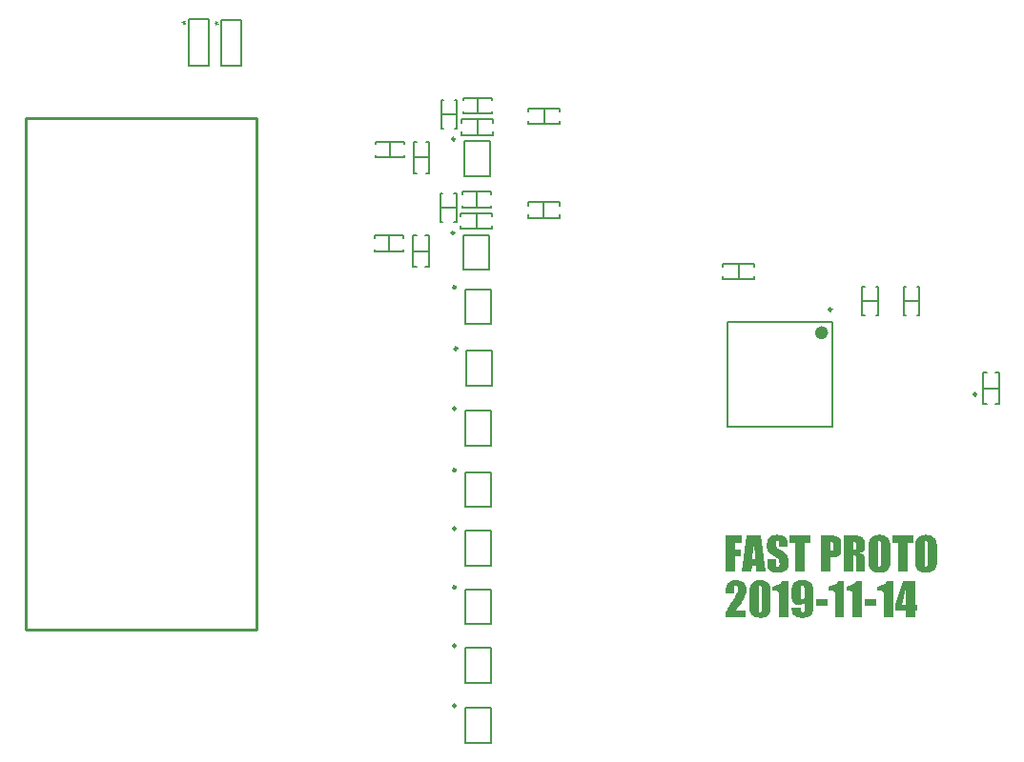
<source format=gto>
G04*
G04 #@! TF.GenerationSoftware,Altium Limited,Altium Designer,19.1.8 (144)*
G04*
G04 Layer_Color=65535*
%FSLAX25Y25*%
%MOIN*%
G70*
G01*
G75*
%ADD10C,0.00984*%
%ADD11C,0.02362*%
%ADD12C,0.01000*%
%ADD13C,0.00591*%
%ADD14C,0.00787*%
G36*
X262978Y83820D02*
X263105D01*
X263397Y83783D01*
X263743Y83729D01*
X264107Y83656D01*
X264490Y83565D01*
X264836Y83419D01*
X264854D01*
X264872Y83401D01*
X264982Y83346D01*
X265146Y83255D01*
X265328Y83127D01*
X265528Y82982D01*
X265729Y82800D01*
X265911Y82599D01*
X266038Y82362D01*
X266057Y82326D01*
X266093Y82235D01*
X266130Y82089D01*
X266202Y81852D01*
X266221Y81706D01*
X266257Y81561D01*
X266275Y81378D01*
X266294Y81178D01*
X266312Y80959D01*
X266330Y80722D01*
X266348Y80467D01*
Y80194D01*
Y79702D01*
X263269D01*
Y80650D01*
Y80686D01*
Y80759D01*
Y80868D01*
X263251Y80996D01*
X263214Y81287D01*
X263178Y81397D01*
X263141Y81488D01*
Y81506D01*
X263123Y81524D01*
X263050Y81597D01*
X262941Y81652D01*
X262850Y81688D01*
X262704D01*
X262595Y81652D01*
X262431Y81579D01*
X262358Y81524D01*
X262303Y81433D01*
Y81415D01*
X262285Y81397D01*
X262267Y81324D01*
X262230Y81251D01*
X262212Y81142D01*
X262176Y81014D01*
X262158Y80868D01*
Y80686D01*
Y80650D01*
Y80577D01*
X262176Y80467D01*
Y80322D01*
X262230Y80012D01*
X262267Y79848D01*
X262322Y79720D01*
X262340Y79702D01*
X262358Y79666D01*
X262413Y79593D01*
X262504Y79502D01*
X262613Y79392D01*
X262777Y79265D01*
X262996Y79119D01*
X263251Y78955D01*
X263269Y78937D01*
X263342Y78900D01*
X263451Y78828D01*
X263615Y78737D01*
X263779Y78627D01*
X263980Y78500D01*
X264435Y78190D01*
X264909Y77844D01*
X265364Y77479D01*
X265565Y77297D01*
X265765Y77133D01*
X265911Y76951D01*
X266038Y76787D01*
Y76769D01*
X266057Y76750D01*
X266093Y76696D01*
X266130Y76623D01*
X266166Y76532D01*
X266221Y76423D01*
X266275Y76295D01*
X266330Y76131D01*
X266385Y75949D01*
X266439Y75748D01*
X266494Y75530D01*
X266530Y75293D01*
X266567Y75020D01*
X266603Y74728D01*
X266621Y74418D01*
Y74072D01*
Y74054D01*
Y74018D01*
Y73945D01*
Y73853D01*
X266603Y73744D01*
Y73598D01*
X266585Y73307D01*
X266549Y72979D01*
X266476Y72651D01*
X266403Y72341D01*
X266294Y72068D01*
X266275Y72031D01*
X266239Y71959D01*
X266148Y71849D01*
X266020Y71704D01*
X265856Y71521D01*
X265638Y71339D01*
X265383Y71157D01*
X265055Y70993D01*
X265036D01*
X265018Y70975D01*
X264964Y70956D01*
X264891Y70920D01*
X264708Y70847D01*
X264453Y70774D01*
X264144Y70701D01*
X263779Y70629D01*
X263378Y70574D01*
X262941Y70556D01*
X262722D01*
X262613Y70574D01*
X262467D01*
X262158Y70610D01*
X261793Y70683D01*
X261429Y70756D01*
X261028Y70884D01*
X260664Y71048D01*
X260645D01*
X260627Y71066D01*
X260518Y71139D01*
X260354Y71248D01*
X260153Y71394D01*
X259953Y71594D01*
X259734Y71813D01*
X259570Y72068D01*
X259425Y72341D01*
Y72360D01*
X259406Y72378D01*
X259388Y72487D01*
X259333Y72669D01*
X259297Y72906D01*
X259242Y73234D01*
X259188Y73617D01*
X259170Y74054D01*
X259151Y74564D01*
Y75402D01*
X262230D01*
Y73835D01*
Y73799D01*
Y73726D01*
Y73598D01*
X262249Y73453D01*
X262267Y73289D01*
X262285Y73143D01*
X262322Y72997D01*
X262358Y72906D01*
X262376Y72870D01*
X262467Y72815D01*
X262613Y72742D01*
X262704Y72724D01*
X262813Y72706D01*
X262868D01*
X262923Y72724D01*
X262996Y72742D01*
X263160Y72815D01*
X263233Y72870D01*
X263305Y72961D01*
Y72979D01*
X263324Y73015D01*
X263360Y73070D01*
X263397Y73161D01*
X263415Y73252D01*
X263451Y73398D01*
X263470Y73544D01*
Y73726D01*
Y73744D01*
Y73781D01*
Y73835D01*
Y73908D01*
X263451Y74109D01*
X263433Y74327D01*
X263397Y74582D01*
X263342Y74819D01*
X263269Y75038D01*
X263214Y75129D01*
X263160Y75202D01*
X263141Y75220D01*
X263087Y75275D01*
X262996Y75366D01*
X262850Y75493D01*
X262650Y75639D01*
X262376Y75840D01*
X262212Y75967D01*
X262030Y76095D01*
X261830Y76222D01*
X261611Y76368D01*
X261593Y76386D01*
X261556Y76404D01*
X261502Y76441D01*
X261411Y76495D01*
X261192Y76641D01*
X260937Y76823D01*
X260664Y77024D01*
X260390Y77206D01*
X260153Y77388D01*
X260062Y77479D01*
X259971Y77552D01*
X259953Y77570D01*
X259898Y77625D01*
X259825Y77698D01*
X259734Y77825D01*
X259643Y77953D01*
X259534Y78135D01*
X259425Y78336D01*
X259315Y78572D01*
X259297Y78609D01*
X259279Y78700D01*
X259242Y78828D01*
X259188Y79028D01*
X259133Y79265D01*
X259097Y79556D01*
X259079Y79884D01*
X259060Y80249D01*
Y80267D01*
Y80322D01*
Y80395D01*
Y80486D01*
X259079Y80613D01*
Y80741D01*
X259115Y81069D01*
X259151Y81415D01*
X259206Y81761D01*
X259297Y82089D01*
X259370Y82253D01*
X259425Y82380D01*
X259443Y82417D01*
X259497Y82490D01*
X259589Y82617D01*
X259716Y82781D01*
X259880Y82945D01*
X260099Y83127D01*
X260336Y83292D01*
X260627Y83455D01*
X260645D01*
X260664Y83474D01*
X260773Y83510D01*
X260955Y83583D01*
X261192Y83656D01*
X261484Y83710D01*
X261830Y83783D01*
X262230Y83820D01*
X262650Y83838D01*
X262868D01*
X262978Y83820D01*
D02*
G37*
G36*
X310222Y81032D02*
X308254D01*
Y70829D01*
X304938D01*
Y81032D01*
X302970D01*
Y83583D01*
X310222D01*
Y81032D01*
D02*
G37*
G36*
X289397Y83565D02*
X289652D01*
X290180Y83547D01*
X290708Y83510D01*
X290945Y83492D01*
X291182Y83455D01*
X291383Y83437D01*
X291547Y83401D01*
X291583D01*
X291692Y83364D01*
X291838Y83310D01*
X292038Y83219D01*
X292257Y83091D01*
X292476Y82927D01*
X292694Y82727D01*
X292913Y82472D01*
X292931Y82435D01*
X292968Y82399D01*
X293004Y82326D01*
X293040Y82253D01*
X293077Y82144D01*
X293132Y82034D01*
X293186Y81889D01*
X293223Y81743D01*
X293277Y81561D01*
X293314Y81378D01*
X293369Y81160D01*
X293387Y80923D01*
X293423Y80668D01*
X293441Y80395D01*
Y80103D01*
Y80085D01*
Y80030D01*
Y79957D01*
Y79866D01*
X293423Y79739D01*
Y79611D01*
X293387Y79301D01*
X293350Y78955D01*
X293277Y78627D01*
X293186Y78336D01*
X293132Y78208D01*
X293059Y78099D01*
X293040Y78081D01*
X292986Y78026D01*
X292895Y77935D01*
X292749Y77825D01*
X292549Y77716D01*
X292294Y77625D01*
X291984Y77534D01*
X291601Y77479D01*
X291619D01*
X291638Y77461D01*
X291692D01*
X291765Y77443D01*
X291929Y77388D01*
X292129Y77315D01*
X292348Y77224D01*
X292567Y77097D01*
X292767Y76969D01*
X292913Y76823D01*
X292931Y76805D01*
X292968Y76750D01*
X293022Y76678D01*
X293095Y76587D01*
X293241Y76331D01*
X293314Y76204D01*
X293350Y76076D01*
Y76058D01*
X293369Y76003D01*
X293387Y75894D01*
X293405Y75712D01*
Y75603D01*
Y75457D01*
X293423Y75311D01*
Y75129D01*
X293441Y74928D01*
Y74710D01*
Y74455D01*
Y74181D01*
Y70829D01*
X290362D01*
Y75056D01*
Y75074D01*
Y75111D01*
Y75147D01*
Y75220D01*
Y75402D01*
X290344Y75603D01*
X290326Y75821D01*
X290289Y76040D01*
X290253Y76204D01*
X290235Y76277D01*
X290198Y76331D01*
Y76350D01*
X290162Y76368D01*
X290107Y76404D01*
X290034Y76459D01*
X289925Y76514D01*
X289761Y76550D01*
X289579Y76568D01*
X289342Y76587D01*
Y70829D01*
X286026D01*
Y83583D01*
X289160D01*
X289397Y83565D01*
D02*
G37*
G36*
X281744D02*
X282036D01*
X282364Y83528D01*
X282710Y83492D01*
X283056Y83437D01*
X283348Y83364D01*
X283384Y83346D01*
X283475Y83328D01*
X283603Y83273D01*
X283767Y83200D01*
X283930Y83109D01*
X284113Y83018D01*
X284295Y82891D01*
X284441Y82745D01*
X284459Y82727D01*
X284495Y82672D01*
X284568Y82581D01*
X284641Y82472D01*
X284714Y82326D01*
X284805Y82162D01*
X284878Y81980D01*
X284933Y81761D01*
Y81743D01*
X284951Y81652D01*
X284987Y81524D01*
X285005Y81324D01*
X285042Y81087D01*
X285060Y80777D01*
X285078Y80431D01*
Y80012D01*
Y78900D01*
Y78882D01*
Y78846D01*
Y78791D01*
Y78700D01*
X285060Y78481D01*
X285042Y78226D01*
X285024Y77935D01*
X284969Y77625D01*
X284914Y77352D01*
X284823Y77115D01*
X284805Y77097D01*
X284769Y77024D01*
X284714Y76915D01*
X284605Y76805D01*
X284477Y76659D01*
X284331Y76514D01*
X284131Y76386D01*
X283894Y76259D01*
X283858Y76240D01*
X283767Y76222D01*
X283621Y76168D01*
X283420Y76113D01*
X283165Y76058D01*
X282874Y76022D01*
X282509Y75985D01*
X282127Y75967D01*
X281252D01*
Y70829D01*
X277936D01*
Y83583D01*
X281598D01*
X281744Y83565D01*
D02*
G37*
G36*
X274347Y81032D02*
X272379Y81032D01*
Y70829D01*
X269063D01*
Y81032D01*
X267095D01*
Y83583D01*
X274347Y83583D01*
Y81032D01*
D02*
G37*
G36*
X258751Y70829D02*
X255380D01*
X255198Y73125D01*
X253977D01*
X253795Y70829D01*
X250388D01*
X252064Y83583D01*
X256837D01*
X258751Y70829D01*
D02*
G37*
G36*
X250333Y81032D02*
X248037D01*
Y78609D01*
X250078D01*
Y76186D01*
X248037D01*
Y70829D01*
X244721D01*
Y83583D01*
X250333D01*
Y81032D01*
D02*
G37*
G36*
X315069Y83820D02*
X315324Y83802D01*
X315597Y83747D01*
X315907Y83692D01*
X316235Y83601D01*
X316544Y83492D01*
X316563D01*
X316581Y83474D01*
X316672Y83437D01*
X316836Y83346D01*
X317018Y83237D01*
X317218Y83109D01*
X317437Y82927D01*
X317656Y82727D01*
X317856Y82490D01*
X317874Y82453D01*
X317929Y82380D01*
X318020Y82235D01*
X318111Y82052D01*
X318221Y81834D01*
X318312Y81597D01*
X318385Y81324D01*
X318439Y81032D01*
Y80996D01*
X318457Y80941D01*
Y80887D01*
Y80795D01*
X318476Y80686D01*
Y80540D01*
X318494Y80395D01*
X318512Y80212D01*
Y80012D01*
X318530Y79793D01*
Y79538D01*
Y79265D01*
X318548Y78973D01*
Y78645D01*
Y78281D01*
Y76095D01*
Y76076D01*
Y76003D01*
Y75912D01*
Y75785D01*
Y75621D01*
Y75439D01*
Y75257D01*
X318530Y75038D01*
Y74600D01*
X318512Y74145D01*
X318494Y73726D01*
X318476Y73544D01*
X318457Y73380D01*
Y73343D01*
X318439Y73252D01*
X318403Y73088D01*
X318348Y72888D01*
X318275Y72669D01*
X318166Y72414D01*
X318038Y72159D01*
X317874Y71904D01*
X317856Y71868D01*
X317783Y71795D01*
X317674Y71685D01*
X317528Y71540D01*
X317346Y71376D01*
X317127Y71212D01*
X316872Y71048D01*
X316581Y70902D01*
X316544Y70884D01*
X316435Y70847D01*
X316271Y70793D01*
X316052Y70738D01*
X315779Y70665D01*
X315451Y70610D01*
X315087Y70574D01*
X314704Y70556D01*
X314540D01*
X314340Y70574D01*
X314085Y70592D01*
X313811Y70629D01*
X313502Y70701D01*
X313174Y70774D01*
X312864Y70884D01*
X312827Y70902D01*
X312736Y70938D01*
X312572Y71029D01*
X312390Y71139D01*
X312190Y71266D01*
X311971Y71448D01*
X311753Y71649D01*
X311552Y71886D01*
X311534Y71922D01*
X311479Y71995D01*
X311388Y72141D01*
X311297Y72323D01*
X311188Y72542D01*
X311097Y72778D01*
X311024Y73052D01*
X310969Y73343D01*
Y73362D01*
Y73380D01*
Y73435D01*
X310951Y73489D01*
Y73580D01*
X310933Y73690D01*
Y73835D01*
Y73981D01*
X310914Y74163D01*
Y74364D01*
X310896Y74582D01*
Y74837D01*
X310878Y75111D01*
Y75420D01*
Y75748D01*
Y76095D01*
Y78281D01*
Y78299D01*
Y78372D01*
Y78463D01*
Y78591D01*
Y78755D01*
Y78937D01*
Y79119D01*
X310896Y79338D01*
Y79793D01*
X310914Y80230D01*
X310933Y80650D01*
Y80832D01*
X310951Y80996D01*
Y81014D01*
Y81032D01*
X310969Y81123D01*
X311005Y81287D01*
X311060Y81488D01*
X311133Y81706D01*
X311224Y81943D01*
X311352Y82198D01*
X311516Y82453D01*
X311534Y82490D01*
X311607Y82563D01*
X311716Y82690D01*
X311862Y82836D01*
X312044Y83000D01*
X312263Y83164D01*
X312518Y83328D01*
X312809Y83474D01*
X312827D01*
X312846Y83492D01*
X312955Y83528D01*
X313119Y83583D01*
X313356Y83656D01*
X313629Y83729D01*
X313957Y83783D01*
X314321Y83820D01*
X314704Y83838D01*
X314868D01*
X315069Y83820D01*
D02*
G37*
G36*
X298816D02*
X299071Y83802D01*
X299345Y83747D01*
X299654Y83692D01*
X299982Y83601D01*
X300292Y83492D01*
X300310D01*
X300328Y83474D01*
X300420Y83437D01*
X300584Y83346D01*
X300766Y83237D01*
X300966Y83109D01*
X301185Y82927D01*
X301403Y82727D01*
X301604Y82490D01*
X301622Y82453D01*
X301677Y82380D01*
X301768Y82235D01*
X301859Y82052D01*
X301968Y81834D01*
X302059Y81597D01*
X302132Y81324D01*
X302187Y81032D01*
Y80996D01*
X302205Y80941D01*
Y80887D01*
Y80795D01*
X302223Y80686D01*
Y80540D01*
X302242Y80395D01*
X302260Y80212D01*
Y80012D01*
X302278Y79793D01*
Y79538D01*
Y79265D01*
X302296Y78973D01*
Y78645D01*
Y78281D01*
Y76095D01*
Y76076D01*
Y76003D01*
Y75912D01*
Y75785D01*
Y75621D01*
Y75439D01*
Y75257D01*
X302278Y75038D01*
Y74600D01*
X302260Y74145D01*
X302242Y73726D01*
X302223Y73544D01*
X302205Y73380D01*
Y73343D01*
X302187Y73252D01*
X302151Y73088D01*
X302096Y72888D01*
X302023Y72669D01*
X301914Y72414D01*
X301786Y72159D01*
X301622Y71904D01*
X301604Y71868D01*
X301531Y71795D01*
X301422Y71685D01*
X301276Y71540D01*
X301094Y71376D01*
X300875Y71212D01*
X300620Y71048D01*
X300328Y70902D01*
X300292Y70884D01*
X300183Y70847D01*
X300019Y70793D01*
X299800Y70738D01*
X299527Y70665D01*
X299199Y70610D01*
X298834Y70574D01*
X298452Y70556D01*
X298288D01*
X298088Y70574D01*
X297832Y70592D01*
X297559Y70629D01*
X297249Y70701D01*
X296921Y70774D01*
X296612Y70884D01*
X296575Y70902D01*
X296484Y70938D01*
X296320Y71029D01*
X296138Y71139D01*
X295937Y71266D01*
X295719Y71448D01*
X295500Y71649D01*
X295300Y71886D01*
X295282Y71922D01*
X295227Y71995D01*
X295136Y72141D01*
X295045Y72323D01*
X294935Y72542D01*
X294844Y72778D01*
X294771Y73052D01*
X294717Y73343D01*
Y73362D01*
Y73380D01*
Y73435D01*
X294699Y73489D01*
Y73580D01*
X294680Y73690D01*
Y73835D01*
Y73981D01*
X294662Y74163D01*
Y74364D01*
X294644Y74582D01*
Y74837D01*
X294626Y75111D01*
Y75420D01*
Y75748D01*
Y76095D01*
Y78281D01*
Y78299D01*
Y78372D01*
Y78463D01*
Y78591D01*
Y78755D01*
Y78937D01*
Y79119D01*
X294644Y79338D01*
Y79793D01*
X294662Y80230D01*
X294680Y80650D01*
Y80832D01*
X294699Y80996D01*
Y81014D01*
Y81032D01*
X294717Y81123D01*
X294753Y81287D01*
X294808Y81488D01*
X294881Y81706D01*
X294972Y81943D01*
X295099Y82198D01*
X295263Y82453D01*
X295282Y82490D01*
X295355Y82563D01*
X295464Y82690D01*
X295609Y82836D01*
X295792Y83000D01*
X296010Y83164D01*
X296266Y83328D01*
X296557Y83474D01*
X296575D01*
X296593Y83492D01*
X296703Y83528D01*
X296867Y83583D01*
X297104Y83656D01*
X297377Y83729D01*
X297705Y83783D01*
X298069Y83820D01*
X298452Y83838D01*
X298616D01*
X298816Y83820D01*
D02*
G37*
G36*
X297395Y59132D02*
X293223D01*
Y61336D01*
X297395D01*
Y59132D01*
D02*
G37*
G36*
X280359D02*
X276187D01*
Y61336D01*
X280359D01*
Y59132D01*
D02*
G37*
G36*
X271741Y67987D02*
X271869D01*
X272160Y67968D01*
X272488Y67914D01*
X272834Y67859D01*
X273181Y67768D01*
X273491Y67641D01*
X273509D01*
X273527Y67622D01*
X273618Y67568D01*
X273782Y67495D01*
X273964Y67385D01*
X274165Y67240D01*
X274383Y67058D01*
X274584Y66857D01*
X274766Y66620D01*
X274784Y66584D01*
X274839Y66511D01*
X274912Y66365D01*
X275003Y66201D01*
X275094Y65983D01*
X275185Y65746D01*
X275258Y65491D01*
X275294Y65217D01*
Y65181D01*
Y65144D01*
X275312Y65071D01*
Y64980D01*
Y64871D01*
X275331Y64744D01*
Y64598D01*
Y64416D01*
X275349Y64215D01*
Y63978D01*
Y63723D01*
X275367Y63432D01*
Y63122D01*
Y62776D01*
Y62393D01*
Y60626D01*
Y60608D01*
Y60535D01*
Y60407D01*
Y60261D01*
Y60079D01*
Y59861D01*
Y59642D01*
Y59387D01*
X275349Y58877D01*
X275331Y58367D01*
Y58148D01*
X275312Y57929D01*
Y57729D01*
X275294Y57565D01*
Y57528D01*
X275276Y57437D01*
X275258Y57292D01*
X275203Y57091D01*
X275130Y56872D01*
X275039Y56636D01*
X274912Y56362D01*
X274748Y56107D01*
X274729Y56071D01*
X274657Y55998D01*
X274547Y55870D01*
X274401Y55725D01*
X274219Y55561D01*
X273982Y55397D01*
X273727Y55233D01*
X273436Y55087D01*
X273399Y55069D01*
X273290Y55032D01*
X273126Y54978D01*
X272889Y54923D01*
X272616Y54868D01*
X272288Y54814D01*
X271923Y54777D01*
X271523Y54759D01*
X271304D01*
X271177Y54777D01*
X271049D01*
X270739Y54814D01*
X270393Y54868D01*
X270029Y54941D01*
X269664Y55032D01*
X269318Y55178D01*
X269282Y55196D01*
X269191Y55251D01*
X269027Y55360D01*
X268844Y55488D01*
X268644Y55670D01*
X268443Y55870D01*
X268261Y56125D01*
X268097Y56399D01*
Y56417D01*
X268079Y56435D01*
X268043Y56545D01*
X267988Y56709D01*
X267915Y56945D01*
X267842Y57237D01*
X267788Y57583D01*
X267751Y57966D01*
X267733Y58403D01*
X270921D01*
Y58385D01*
Y58367D01*
Y58257D01*
Y58111D01*
Y57911D01*
Y57729D01*
Y57528D01*
X270940Y57364D01*
Y57255D01*
Y57237D01*
Y57219D01*
X270976Y57128D01*
X271031Y57000D01*
X271122Y56872D01*
X271158Y56854D01*
X271249Y56800D01*
X271377Y56745D01*
X271577Y56727D01*
X271614D01*
X271723Y56745D01*
X271832Y56781D01*
X271960Y56872D01*
X271978Y56891D01*
X272051Y56982D01*
X272106Y57091D01*
X272142Y57255D01*
Y57273D01*
Y57310D01*
X272160Y57364D01*
Y57455D01*
Y57583D01*
X272179Y57747D01*
Y57966D01*
Y58202D01*
Y60243D01*
X272160Y60225D01*
X272142Y60152D01*
X272088Y60061D01*
X271996Y59952D01*
X271905Y59824D01*
X271778Y59715D01*
X271632Y59587D01*
X271468Y59478D01*
X271450Y59460D01*
X271377Y59442D01*
X271286Y59405D01*
X271140Y59350D01*
X270976Y59296D01*
X270776Y59259D01*
X270539Y59241D01*
X270284Y59223D01*
X270138D01*
X269974Y59241D01*
X269774Y59277D01*
X269537Y59332D01*
X269282Y59423D01*
X269008Y59533D01*
X268753Y59678D01*
X268717Y59697D01*
X268644Y59769D01*
X268535Y59861D01*
X268389Y60006D01*
X268243Y60170D01*
X268116Y60352D01*
X267988Y60571D01*
X267897Y60808D01*
Y60844D01*
X267879Y60935D01*
X267842Y61081D01*
X267824Y61282D01*
X267788Y61537D01*
X267751Y61847D01*
X267733Y62211D01*
Y62612D01*
Y63632D01*
Y63650D01*
Y63687D01*
Y63760D01*
Y63851D01*
Y63960D01*
Y64088D01*
X267751Y64379D01*
Y64707D01*
X267769Y65035D01*
X267788Y65345D01*
X267824Y65618D01*
Y65654D01*
X267842Y65727D01*
X267879Y65855D01*
X267933Y66019D01*
X268006Y66201D01*
X268097Y66401D01*
X268225Y66620D01*
X268371Y66821D01*
X268389Y66839D01*
X268462Y66912D01*
X268553Y67021D01*
X268699Y67149D01*
X268863Y67276D01*
X269081Y67422D01*
X269318Y67568D01*
X269591Y67695D01*
X269610D01*
X269628Y67713D01*
X269737Y67750D01*
X269901Y67786D01*
X270120Y67859D01*
X270375Y67914D01*
X270685Y67950D01*
X271031Y67987D01*
X271413Y68005D01*
X271632D01*
X271741Y67987D01*
D02*
G37*
G36*
X310878Y59423D02*
X311789D01*
Y57255D01*
X310878D01*
Y55014D01*
X307689D01*
Y57255D01*
X303918D01*
Y59423D01*
X306651Y67768D01*
X310878D01*
Y59423D01*
D02*
G37*
G36*
X303153Y55014D02*
X299964D01*
Y61847D01*
Y61865D01*
Y61919D01*
Y61992D01*
Y62083D01*
Y62193D01*
Y62339D01*
Y62630D01*
X299946Y62922D01*
X299928Y63213D01*
Y63341D01*
X299909Y63450D01*
Y63541D01*
X299891Y63614D01*
Y63632D01*
X299873Y63669D01*
X299818Y63796D01*
X299764Y63869D01*
X299691Y63942D01*
X299600Y64015D01*
X299490Y64069D01*
X299472D01*
X299417Y64088D01*
X299326Y64124D01*
X299199Y64161D01*
X299017Y64179D01*
X298762Y64215D01*
X298470Y64233D01*
X297778D01*
Y65709D01*
X297796D01*
X297887Y65727D01*
X297996Y65764D01*
X298160Y65819D01*
X298342Y65873D01*
X298561Y65946D01*
X298816Y66055D01*
X299071Y66165D01*
X299363Y66292D01*
X299636Y66438D01*
X299928Y66602D01*
X300219Y66802D01*
X300511Y67003D01*
X300784Y67240D01*
X301039Y67495D01*
X301276Y67768D01*
X303153D01*
Y55014D01*
D02*
G37*
G36*
X292257D02*
X289069D01*
Y61847D01*
Y61865D01*
Y61919D01*
Y61992D01*
Y62083D01*
Y62193D01*
Y62339D01*
Y62630D01*
X289050Y62922D01*
X289032Y63213D01*
Y63341D01*
X289014Y63450D01*
Y63541D01*
X288996Y63614D01*
Y63632D01*
X288978Y63669D01*
X288923Y63796D01*
X288868Y63869D01*
X288795Y63942D01*
X288704Y64015D01*
X288595Y64069D01*
X288577D01*
X288522Y64088D01*
X288431Y64124D01*
X288303Y64161D01*
X288121Y64179D01*
X287866Y64215D01*
X287575Y64233D01*
X286882D01*
Y65709D01*
X286900D01*
X286992Y65727D01*
X287101Y65764D01*
X287265Y65819D01*
X287447Y65873D01*
X287666Y65946D01*
X287921Y66055D01*
X288176Y66165D01*
X288467Y66292D01*
X288741Y66438D01*
X289032Y66602D01*
X289324Y66802D01*
X289615Y67003D01*
X289889Y67240D01*
X290144Y67495D01*
X290380Y67768D01*
X292257D01*
Y55014D01*
D02*
G37*
G36*
X286117D02*
X282928D01*
Y61847D01*
Y61865D01*
Y61919D01*
Y61992D01*
Y62083D01*
Y62193D01*
Y62339D01*
Y62630D01*
X282910Y62922D01*
X282892Y63213D01*
Y63341D01*
X282874Y63450D01*
Y63541D01*
X282856Y63614D01*
Y63632D01*
X282837Y63669D01*
X282783Y63796D01*
X282728Y63869D01*
X282655Y63942D01*
X282564Y64015D01*
X282455Y64069D01*
X282436D01*
X282382Y64088D01*
X282291Y64124D01*
X282163Y64161D01*
X281981Y64179D01*
X281726Y64215D01*
X281434Y64233D01*
X280742D01*
Y65709D01*
X280760D01*
X280851Y65727D01*
X280961Y65764D01*
X281125Y65819D01*
X281307Y65873D01*
X281525Y65946D01*
X281781Y66055D01*
X282036Y66165D01*
X282327Y66292D01*
X282600Y66438D01*
X282892Y66602D01*
X283184Y66802D01*
X283475Y67003D01*
X283748Y67240D01*
X284003Y67495D01*
X284240Y67768D01*
X286117D01*
Y55014D01*
D02*
G37*
G36*
X266494Y55014D02*
X263305D01*
Y61847D01*
Y61865D01*
Y61919D01*
Y61992D01*
Y62083D01*
Y62193D01*
Y62339D01*
Y62630D01*
X263287Y62922D01*
X263269Y63213D01*
Y63341D01*
X263251Y63450D01*
Y63541D01*
X263233Y63614D01*
Y63632D01*
X263214Y63669D01*
X263160Y63796D01*
X263105Y63869D01*
X263032Y63942D01*
X262941Y64015D01*
X262832Y64069D01*
X262813D01*
X262759Y64088D01*
X262668Y64124D01*
X262540Y64161D01*
X262358Y64179D01*
X262103Y64215D01*
X261811Y64233D01*
X261119D01*
Y65709D01*
X261137D01*
X261228Y65727D01*
X261338Y65764D01*
X261502Y65819D01*
X261684Y65873D01*
X261903Y65946D01*
X262158Y66055D01*
X262413Y66165D01*
X262704Y66292D01*
X262978Y66438D01*
X263269Y66602D01*
X263561Y66802D01*
X263852Y67003D01*
X264125Y67240D01*
X264381Y67495D01*
X264617Y67768D01*
X266494D01*
Y55014D01*
D02*
G37*
G36*
X248456Y67987D02*
X248620Y67968D01*
X248802Y67950D01*
X249003Y67932D01*
X249221Y67896D01*
X249695Y67768D01*
X250169Y67604D01*
X250406Y67495D01*
X250624Y67367D01*
X250843Y67221D01*
X251025Y67058D01*
X251043Y67039D01*
X251062Y67021D01*
X251116Y66966D01*
X251171Y66894D01*
X251262Y66802D01*
X251335Y66675D01*
X251517Y66401D01*
X251699Y66055D01*
X251863Y65654D01*
X251973Y65181D01*
X251991Y64944D01*
X252009Y64671D01*
Y64652D01*
Y64616D01*
Y64561D01*
Y64488D01*
X251991Y64379D01*
X251973Y64270D01*
X251936Y63978D01*
X251863Y63632D01*
X251772Y63231D01*
X251626Y62812D01*
X251444Y62357D01*
Y62339D01*
X251408Y62302D01*
X251371Y62211D01*
X251317Y62102D01*
X251244Y61956D01*
X251134Y61755D01*
X251007Y61537D01*
X250843Y61245D01*
X250643Y60935D01*
X250424Y60553D01*
X250151Y60134D01*
X249859Y59660D01*
X249513Y59132D01*
X249130Y58549D01*
X248693Y57893D01*
X248219Y57182D01*
X251718D01*
Y55014D01*
X244721D01*
Y56836D01*
X244739Y56854D01*
X244758Y56891D01*
X244794Y56964D01*
X244849Y57055D01*
X244921Y57182D01*
X245013Y57310D01*
X245104Y57474D01*
X245213Y57656D01*
X245450Y58057D01*
X245741Y58494D01*
X246033Y59004D01*
X246343Y59514D01*
X246980Y60589D01*
X247290Y61118D01*
X247582Y61610D01*
X247855Y62083D01*
X248074Y62484D01*
X248183Y62666D01*
X248256Y62830D01*
X248347Y62976D01*
X248401Y63104D01*
Y63122D01*
X248420Y63158D01*
X248456Y63213D01*
X248493Y63304D01*
X248547Y63414D01*
X248584Y63523D01*
X248711Y63796D01*
X248821Y64106D01*
X248912Y64416D01*
X248985Y64725D01*
X249003Y64999D01*
Y65017D01*
Y65090D01*
Y65181D01*
X248985Y65290D01*
X248930Y65545D01*
X248875Y65654D01*
X248821Y65764D01*
Y65782D01*
X248784Y65800D01*
X248693Y65910D01*
X248511Y66001D01*
X248401Y66019D01*
X248274Y66037D01*
X248219D01*
X248147Y66019D01*
X248074Y66001D01*
X247983Y65964D01*
X247891Y65910D01*
X247800Y65837D01*
X247727Y65746D01*
Y65727D01*
X247709Y65691D01*
X247673Y65618D01*
X247655Y65491D01*
X247618Y65345D01*
X247582Y65144D01*
X247563Y64907D01*
Y64616D01*
Y63414D01*
X244721D01*
Y63869D01*
Y63887D01*
Y63924D01*
Y63978D01*
Y64051D01*
Y64233D01*
X244739Y64488D01*
Y64762D01*
X244776Y65035D01*
X244794Y65308D01*
X244830Y65563D01*
Y65600D01*
X244849Y65673D01*
X244885Y65800D01*
X244940Y65946D01*
X245013Y66128D01*
X245104Y66347D01*
X245213Y66566D01*
X245359Y66784D01*
X245377Y66802D01*
X245432Y66875D01*
X245541Y66985D01*
X245669Y67130D01*
X245832Y67276D01*
X246015Y67422D01*
X246233Y67568D01*
X246488Y67695D01*
X246525Y67713D01*
X246616Y67750D01*
X246762Y67786D01*
X246962Y67859D01*
X247199Y67914D01*
X247472Y67950D01*
X247800Y67987D01*
X248147Y68005D01*
X248329D01*
X248456Y67987D01*
D02*
G37*
G36*
X257001D02*
X257256Y67950D01*
X257548Y67914D01*
X257858Y67841D01*
X258186Y67750D01*
X258495Y67622D01*
X258514D01*
X258532Y67604D01*
X258641Y67549D01*
X258787Y67476D01*
X258969Y67367D01*
X259170Y67240D01*
X259370Y67094D01*
X259570Y66912D01*
X259734Y66729D01*
X259753Y66711D01*
X259807Y66638D01*
X259880Y66529D01*
X259971Y66383D01*
X260062Y66201D01*
X260153Y66001D01*
X260226Y65782D01*
X260299Y65545D01*
Y65509D01*
X260317Y65418D01*
X260354Y65254D01*
X260372Y65035D01*
X260408Y64744D01*
X260427Y64379D01*
Y64161D01*
X260445Y63942D01*
Y63705D01*
Y63432D01*
Y59186D01*
Y59168D01*
Y59132D01*
Y59041D01*
Y58950D01*
Y58840D01*
Y58694D01*
X260427Y58385D01*
X260408Y58039D01*
X260372Y57692D01*
X260336Y57364D01*
X260281Y57073D01*
Y57037D01*
X260244Y56964D01*
X260208Y56836D01*
X260135Y56672D01*
X260044Y56490D01*
X259935Y56271D01*
X259789Y56053D01*
X259625Y55834D01*
X259607Y55816D01*
X259534Y55743D01*
X259425Y55633D01*
X259297Y55524D01*
X259115Y55378D01*
X258914Y55251D01*
X258678Y55123D01*
X258422Y55014D01*
X258386Y54996D01*
X258295Y54978D01*
X258168Y54941D01*
X257967Y54905D01*
X257748Y54850D01*
X257475Y54814D01*
X257184Y54795D01*
X256874Y54777D01*
X256692D01*
X256473Y54795D01*
X256200Y54814D01*
X255908Y54832D01*
X255580Y54887D01*
X255271Y54941D01*
X254961Y55032D01*
X254924Y55050D01*
X254833Y55087D01*
X254706Y55142D01*
X254523Y55233D01*
X254341Y55342D01*
X254141Y55488D01*
X253940Y55652D01*
X253758Y55852D01*
X253740Y55870D01*
X253685Y55943D01*
X253612Y56071D01*
X253521Y56217D01*
X253412Y56399D01*
X253321Y56599D01*
X253212Y56800D01*
X253139Y57037D01*
Y57073D01*
X253102Y57146D01*
X253084Y57310D01*
X253048Y57510D01*
X253011Y57784D01*
X252993Y58130D01*
X252957Y58512D01*
Y58986D01*
Y63432D01*
Y63450D01*
Y63505D01*
Y63596D01*
Y63723D01*
X252975Y63869D01*
Y64033D01*
X252993Y64434D01*
X253029Y64853D01*
X253084Y65290D01*
X253157Y65709D01*
X253193Y65891D01*
X253248Y66074D01*
Y66092D01*
X253266Y66110D01*
X253303Y66219D01*
X253394Y66383D01*
X253521Y66584D01*
X253685Y66802D01*
X253886Y67039D01*
X254141Y67258D01*
X254451Y67476D01*
X254469D01*
X254487Y67495D01*
X254542Y67531D01*
X254615Y67568D01*
X254797Y67641D01*
X255052Y67750D01*
X255380Y67841D01*
X255744Y67932D01*
X256163Y67987D01*
X256637Y68005D01*
X256819D01*
X257001Y67987D01*
D02*
G37*
G36*
X66623Y263720D02*
X66628Y263709D01*
X66634Y263693D01*
X66640Y263671D01*
X66651Y263637D01*
X66662Y263604D01*
X66684Y263521D01*
X66706Y263421D01*
X66734Y263310D01*
X66756Y263193D01*
X66773Y263071D01*
X66778Y263077D01*
X66800Y263099D01*
X66834Y263138D01*
X66884Y263188D01*
X66956Y263254D01*
X67039Y263327D01*
X67145Y263421D01*
X67267Y263521D01*
X67483Y263210D01*
X67472Y263204D01*
X67444Y263182D01*
X67400Y263149D01*
X67339Y263104D01*
X67256Y263054D01*
X67161Y262993D01*
X67050Y262921D01*
X66928Y262849D01*
X66934D01*
X66945Y262844D01*
X66961Y262832D01*
X66989Y262816D01*
X67056Y262783D01*
X67133Y262738D01*
X67222Y262683D01*
X67317Y262627D01*
X67405Y262566D01*
X67483Y262511D01*
X67267Y262205D01*
X67261Y262211D01*
X67250Y262216D01*
X67233Y262233D01*
X67206Y262255D01*
X67139Y262305D01*
X67061Y262372D01*
X66978Y262444D01*
X66900Y262516D01*
X66828Y262583D01*
X66795Y262611D01*
X66773Y262638D01*
Y262633D01*
X66767Y262622D01*
Y262605D01*
X66762Y262583D01*
X66756Y262549D01*
X66745Y262516D01*
X66728Y262433D01*
X66706Y262333D01*
X66684Y262228D01*
X66623Y262000D01*
X66251Y262117D01*
Y262122D01*
X66256Y262133D01*
X66268Y262155D01*
X66273Y262183D01*
X66290Y262216D01*
X66307Y262261D01*
X66340Y262350D01*
X66379Y262450D01*
X66423Y262549D01*
X66467Y262644D01*
X66506Y262721D01*
X66501D01*
X66484D01*
X66462Y262716D01*
X66429D01*
X66390Y262710D01*
X66345Y262705D01*
X66245Y262699D01*
X66140Y262688D01*
X66029Y262677D01*
X65935Y262671D01*
X65890D01*
X65851D01*
Y263049D01*
X65857D01*
X65863D01*
X65879D01*
X65896D01*
X65957Y263043D01*
X66029Y263038D01*
X66123Y263027D01*
X66240Y263021D01*
X66368Y263005D01*
X66506Y262988D01*
Y262993D01*
X66501Y262999D01*
X66495Y263016D01*
X66484Y263038D01*
X66456Y263093D01*
X66423Y263165D01*
X66384Y263254D01*
X66340Y263360D01*
X66295Y263476D01*
X66251Y263604D01*
X66623Y263726D01*
Y263720D01*
D02*
G37*
G36*
X55222Y263913D02*
X55228Y263902D01*
X55234Y263885D01*
X55239Y263863D01*
X55250Y263830D01*
X55261Y263796D01*
X55284Y263713D01*
X55306Y263613D01*
X55334Y263502D01*
X55356Y263386D01*
X55372Y263264D01*
X55378Y263269D01*
X55400Y263291D01*
X55433Y263330D01*
X55483Y263380D01*
X55555Y263447D01*
X55639Y263519D01*
X55744Y263613D01*
X55866Y263713D01*
X56083Y263402D01*
X56072Y263397D01*
X56044Y263375D01*
X55999Y263341D01*
X55939Y263297D01*
X55855Y263247D01*
X55761Y263186D01*
X55650Y263114D01*
X55528Y263042D01*
X55533D01*
X55544Y263036D01*
X55561Y263025D01*
X55589Y263008D01*
X55655Y262975D01*
X55733Y262931D01*
X55822Y262875D01*
X55916Y262820D01*
X56005Y262759D01*
X56083Y262703D01*
X55866Y262398D01*
X55861Y262403D01*
X55850Y262409D01*
X55833Y262426D01*
X55805Y262448D01*
X55739Y262498D01*
X55661Y262564D01*
X55578Y262636D01*
X55500Y262709D01*
X55428Y262775D01*
X55395Y262803D01*
X55372Y262831D01*
Y262825D01*
X55367Y262814D01*
Y262797D01*
X55361Y262775D01*
X55356Y262742D01*
X55345Y262709D01*
X55328Y262625D01*
X55306Y262526D01*
X55284Y262420D01*
X55222Y262193D01*
X54851Y262309D01*
Y262315D01*
X54856Y262326D01*
X54867Y262348D01*
X54873Y262376D01*
X54890Y262409D01*
X54906Y262453D01*
X54939Y262542D01*
X54978Y262642D01*
X55023Y262742D01*
X55067Y262836D01*
X55106Y262914D01*
X55100D01*
X55084D01*
X55062Y262908D01*
X55028D01*
X54989Y262903D01*
X54945Y262897D01*
X54845Y262892D01*
X54740Y262881D01*
X54629Y262870D01*
X54534Y262864D01*
X54490D01*
X54451D01*
Y263241D01*
X54457D01*
X54462D01*
X54479D01*
X54496D01*
X54557Y263236D01*
X54629Y263230D01*
X54723Y263219D01*
X54839Y263214D01*
X54967Y263197D01*
X55106Y263180D01*
Y263186D01*
X55100Y263192D01*
X55095Y263208D01*
X55084Y263230D01*
X55056Y263286D01*
X55023Y263358D01*
X54984Y263447D01*
X54939Y263552D01*
X54895Y263669D01*
X54851Y263796D01*
X55222Y263918D01*
Y263913D01*
D02*
G37*
%LPC*%
G36*
X289542Y81397D02*
X289342D01*
Y78572D01*
X289524D01*
X289652Y78591D01*
X289907Y78627D01*
X290034Y78664D01*
X290125Y78718D01*
X290144D01*
X290162Y78755D01*
X290198Y78809D01*
X290253Y78900D01*
X290289Y79028D01*
X290326Y79192D01*
X290344Y79429D01*
X290362Y79702D01*
Y80413D01*
Y80431D01*
Y80504D01*
X290344Y80613D01*
X290326Y80741D01*
X290271Y80996D01*
X290198Y81105D01*
X290125Y81196D01*
X290107Y81214D01*
X290089Y81233D01*
X290034Y81269D01*
X289943Y81305D01*
X289834Y81342D01*
X289706Y81360D01*
X289542Y81397D01*
D02*
G37*
G36*
X281471D02*
X281252D01*
Y78153D01*
X281562D01*
X281635Y78172D01*
X281744Y78190D01*
X281944Y78245D01*
X282054Y78299D01*
X282127Y78372D01*
Y78390D01*
X282163Y78427D01*
X282181Y78481D01*
X282218Y78572D01*
X282254Y78700D01*
X282273Y78864D01*
X282309Y79064D01*
Y79301D01*
Y80340D01*
Y80376D01*
Y80449D01*
X282291Y80559D01*
Y80686D01*
X282218Y80977D01*
X282163Y81105D01*
X282090Y81196D01*
X282072Y81214D01*
X282054Y81233D01*
X281999Y81269D01*
X281908Y81305D01*
X281799Y81342D01*
X281653Y81360D01*
X281471Y81397D01*
D02*
G37*
G36*
X254596Y80741D02*
Y80722D01*
Y80704D01*
X254578Y80650D01*
Y80577D01*
X254542Y80395D01*
X254523Y80139D01*
X254487Y79830D01*
X254432Y79483D01*
X254378Y79101D01*
X254341Y78700D01*
X254287Y78263D01*
X254232Y77807D01*
X254123Y76933D01*
X254068Y76495D01*
X254031Y76095D01*
X253995Y75712D01*
X253959Y75384D01*
X255088D01*
Y75402D01*
X255070Y75475D01*
Y75603D01*
X255052Y75767D01*
X255034Y75985D01*
X254997Y76240D01*
X254979Y76532D01*
X254942Y76860D01*
X254906Y77224D01*
X254870Y77643D01*
X254815Y78081D01*
X254779Y78554D01*
X254742Y79064D01*
X254687Y79593D01*
X254651Y80158D01*
X254596Y80741D01*
D02*
G37*
G36*
X314722Y81688D02*
X314686D01*
X314577Y81670D01*
X314449Y81597D01*
X314376Y81542D01*
X314321Y81470D01*
Y81451D01*
X314303Y81415D01*
X314285Y81360D01*
X314267Y81251D01*
X314230Y81087D01*
X314212Y80887D01*
X314194Y80613D01*
Y80467D01*
Y80285D01*
Y74327D01*
Y74309D01*
Y74273D01*
Y74218D01*
Y74145D01*
Y73963D01*
X314212Y73744D01*
Y73507D01*
X314230Y73289D01*
X314249Y73088D01*
Y73015D01*
X314267Y72961D01*
Y72943D01*
X314285Y72924D01*
X314358Y72833D01*
X314413Y72778D01*
X314486Y72742D01*
X314595Y72724D01*
X314704Y72706D01*
X314759D01*
X314886Y72742D01*
X314959Y72778D01*
X315014Y72833D01*
X315087Y72906D01*
X315123Y72997D01*
Y73015D01*
X315141Y73070D01*
X315160Y73143D01*
X315178Y73289D01*
X315196Y73471D01*
X315214Y73726D01*
X315232Y74036D01*
Y74218D01*
Y74418D01*
Y80285D01*
Y80303D01*
Y80322D01*
Y80431D01*
Y80577D01*
X315214Y80759D01*
Y80959D01*
X315196Y81142D01*
X315160Y81305D01*
X315123Y81433D01*
Y81451D01*
X315105Y81470D01*
X315032Y81561D01*
X314923Y81652D01*
X314832Y81670D01*
X314722Y81688D01*
D02*
G37*
G36*
X298470D02*
X298434D01*
X298324Y81670D01*
X298197Y81597D01*
X298124Y81542D01*
X298069Y81470D01*
Y81451D01*
X298051Y81415D01*
X298033Y81360D01*
X298015Y81251D01*
X297978Y81087D01*
X297960Y80887D01*
X297942Y80613D01*
Y80467D01*
Y80285D01*
Y74327D01*
Y74309D01*
Y74273D01*
Y74218D01*
Y74145D01*
Y73963D01*
X297960Y73744D01*
Y73507D01*
X297978Y73289D01*
X297996Y73088D01*
Y73015D01*
X298015Y72961D01*
Y72943D01*
X298033Y72924D01*
X298106Y72833D01*
X298160Y72778D01*
X298233Y72742D01*
X298342Y72724D01*
X298452Y72706D01*
X298506D01*
X298634Y72742D01*
X298707Y72778D01*
X298762Y72833D01*
X298834Y72906D01*
X298871Y72997D01*
Y73015D01*
X298889Y73070D01*
X298907Y73143D01*
X298926Y73289D01*
X298944Y73471D01*
X298962Y73726D01*
X298980Y74036D01*
Y74218D01*
Y74418D01*
Y80285D01*
Y80303D01*
Y80322D01*
Y80431D01*
Y80577D01*
X298962Y80759D01*
Y80959D01*
X298944Y81142D01*
X298907Y81305D01*
X298871Y81433D01*
Y81451D01*
X298853Y81470D01*
X298780Y81561D01*
X298671Y81652D01*
X298579Y81670D01*
X298470Y81688D01*
D02*
G37*
G36*
X271541Y66037D02*
X271504D01*
X271413Y66019D01*
X271286Y65946D01*
X271195Y65891D01*
X271122Y65819D01*
Y65800D01*
X271085Y65782D01*
X271067Y65709D01*
X271031Y65618D01*
X270994Y65472D01*
X270958Y65290D01*
X270940Y65035D01*
X270921Y64744D01*
Y62357D01*
Y62320D01*
Y62229D01*
X270940Y62102D01*
Y61938D01*
X270976Y61774D01*
X271013Y61610D01*
X271049Y61464D01*
X271122Y61373D01*
X271140D01*
X271158Y61336D01*
X271249Y61282D01*
X271377Y61227D01*
X271541Y61191D01*
X271596D01*
X271650Y61209D01*
X271723Y61227D01*
X271887Y61300D01*
X271960Y61355D01*
X272015Y61427D01*
Y61446D01*
X272033Y61482D01*
X272069Y61537D01*
X272106Y61628D01*
X272124Y61755D01*
X272160Y61919D01*
X272179Y62120D01*
Y62357D01*
Y64671D01*
Y64689D01*
Y64707D01*
Y64798D01*
Y64944D01*
X272160Y65126D01*
X272142Y65308D01*
X272124Y65491D01*
X272088Y65636D01*
X272033Y65764D01*
Y65782D01*
X271996Y65800D01*
X271923Y65910D01*
X271760Y66001D01*
X271669Y66019D01*
X271541Y66037D01*
D02*
G37*
G36*
X307689Y64835D02*
X306268Y59423D01*
X307689D01*
Y64835D01*
D02*
G37*
G36*
X256710Y66037D02*
X256655D01*
X256600Y66019D01*
X256528Y66001D01*
X256455Y65964D01*
X256364Y65928D01*
X256309Y65855D01*
X256254Y65764D01*
Y65746D01*
X256236Y65709D01*
X256218Y65618D01*
X256200Y65509D01*
X256182Y65345D01*
X256163Y65126D01*
X256145Y64853D01*
Y64507D01*
Y58294D01*
Y58275D01*
Y58239D01*
Y58184D01*
Y58111D01*
Y57929D01*
X256163Y57711D01*
Y57492D01*
X256182Y57273D01*
X256200Y57091D01*
X256218Y57018D01*
X256236Y56964D01*
X256254Y56927D01*
X256327Y56854D01*
X256400Y56818D01*
X256473Y56781D01*
X256582Y56763D01*
X256692Y56745D01*
X256746D01*
X256801Y56763D01*
X256874Y56781D01*
X257038Y56854D01*
X257092Y56909D01*
X257147Y57000D01*
Y57018D01*
X257165Y57055D01*
X257184Y57128D01*
X257202Y57255D01*
X257220Y57419D01*
X257238Y57620D01*
X257256Y57893D01*
Y58202D01*
Y64507D01*
Y64525D01*
Y64543D01*
Y64598D01*
Y64671D01*
Y64835D01*
X257238Y65035D01*
Y65254D01*
X257220Y65454D01*
X257184Y65636D01*
X257147Y65764D01*
Y65782D01*
X257129Y65800D01*
X257056Y65910D01*
X257001Y65946D01*
X256928Y66001D01*
X256837Y66019D01*
X256710Y66037D01*
D02*
G37*
%LPD*%
D10*
X332382Y133000D02*
G03*
X332382Y133000I-492J0D01*
G01*
X281713Y162685D02*
G03*
X281713Y162685I-492J0D01*
G01*
X150301Y170488D02*
G03*
X150301Y170488I-492J0D01*
G01*
X150801Y148988D02*
G03*
X150801Y148988I-492J0D01*
G01*
X150301Y127988D02*
G03*
X150301Y127988I-492J0D01*
G01*
Y106488D02*
G03*
X150301Y106488I-492J0D01*
G01*
Y85988D02*
G03*
X150301Y85988I-492J0D01*
G01*
Y65488D02*
G03*
X150301Y65488I-492J0D01*
G01*
Y44988D02*
G03*
X150301Y44988I-492J0D01*
G01*
Y23988D02*
G03*
X150301Y23988I-492J0D01*
G01*
X149792Y189438D02*
G03*
X149792Y189438I-492J0D01*
G01*
X150039Y222294D02*
G03*
X150039Y222294I-492J0D01*
G01*
D11*
X279351Y154516D02*
G03*
X279351Y154516I-1181J0D01*
G01*
D12*
X80496Y50744D02*
Y229744D01*
X-4Y50744D02*
X80496D01*
X-4D02*
Y229744D01*
X80496D01*
D13*
X243753Y173279D02*
Y174460D01*
Y173279D02*
X254776D01*
Y174460D01*
Y177609D02*
Y178791D01*
X243753D02*
X254776D01*
X243753Y177609D02*
Y178791D01*
X249265Y173279D02*
Y178791D01*
X334709Y140638D02*
X335890D01*
X334709Y129614D02*
Y140638D01*
Y129614D02*
X335890D01*
X339039D02*
X340220D01*
Y140638D01*
X339039D02*
X340220D01*
X334709Y135126D02*
X340220D01*
X311646Y160488D02*
X312402D01*
Y170488D01*
X311646D02*
X312402D01*
X306890D02*
X307646D01*
X306890Y160488D02*
Y170488D01*
Y160488D02*
X307646D01*
X306890Y165488D02*
X312402D01*
X297151Y160488D02*
X297907D01*
Y170488D01*
X297151D02*
X297907D01*
X292395D02*
X293151D01*
X292395Y160488D02*
Y170488D01*
Y160488D02*
X293151D01*
X292395Y165488D02*
X297907D01*
X127089Y183009D02*
Y188521D01*
X122089Y187765D02*
Y188521D01*
X132089D01*
Y187765D02*
Y188521D01*
Y183009D02*
Y183765D01*
X122089Y183009D02*
X132089D01*
X122089D02*
Y183765D01*
X152077Y190851D02*
Y192033D01*
Y190851D02*
X163101D01*
Y192033D01*
Y195182D02*
Y196363D01*
X152077D02*
X163101D01*
X152077Y195182D02*
Y196363D01*
X157589Y190851D02*
Y196363D01*
X139664Y177596D02*
X140845D01*
Y188619D01*
X139664D02*
X140845D01*
X135333D02*
X136514D01*
X135333Y177596D02*
Y188619D01*
Y177596D02*
X136514D01*
X135333Y183107D02*
X140845D01*
X175488Y194744D02*
Y195925D01*
Y194744D02*
X186512D01*
Y195925D01*
Y199075D02*
Y200256D01*
X175488D02*
X186512D01*
X175488Y199075D02*
Y200256D01*
X181000Y194744D02*
Y200256D01*
X162589Y203107D02*
Y203863D01*
X152589D02*
X162589D01*
X152589Y203107D02*
Y203863D01*
Y198352D02*
Y199107D01*
Y198352D02*
X162589D01*
Y199107D01*
X157589Y198352D02*
Y203863D01*
X149730Y193215D02*
X150486D01*
Y203215D01*
X149730D02*
X150486D01*
X144974D02*
X145730D01*
X144974Y193215D02*
Y203215D01*
Y193215D02*
X145730D01*
X144974Y198215D02*
X150486D01*
X175735Y227600D02*
Y228781D01*
Y227600D02*
X186759D01*
Y228781D01*
Y231931D02*
Y233112D01*
X175735D02*
X186759D01*
X175735Y231931D02*
Y233112D01*
X181247Y227600D02*
Y233112D01*
X162836Y235963D02*
Y236719D01*
X152836D02*
X162836D01*
X152836Y235963D02*
Y236719D01*
Y231207D02*
Y231963D01*
Y231207D02*
X162836D01*
Y231963D01*
X157836Y231207D02*
Y236719D01*
X152324Y223707D02*
Y224888D01*
Y223707D02*
X163348D01*
Y224888D01*
Y228038D02*
Y229219D01*
X152324D02*
X163348D01*
X152324Y228038D02*
Y229219D01*
X157836Y223707D02*
Y229219D01*
X149977Y226071D02*
X150733D01*
Y236071D01*
X149977D02*
X150733D01*
X145221D02*
X145977D01*
X145221Y226071D02*
Y236071D01*
Y226071D02*
X145977D01*
X145221Y231071D02*
X150733D01*
X139911Y210452D02*
X141092D01*
Y221475D01*
X139911D02*
X141092D01*
X135580D02*
X136761D01*
X135580Y210452D02*
Y221475D01*
Y210452D02*
X136761D01*
X135580Y215963D02*
X141092D01*
X122336Y215865D02*
Y216621D01*
Y215865D02*
X132336D01*
Y216621D01*
Y220621D02*
Y221377D01*
X122336D02*
X132336D01*
X122336Y220621D02*
Y221377D01*
X127336Y215865D02*
Y221377D01*
D14*
X68259Y247898D02*
Y264000D01*
X75259D01*
Y247898D02*
Y264000D01*
X68259Y247898D02*
X75259D01*
X245296Y158453D02*
X282107D01*
X245296Y121642D02*
X282107D01*
Y158453D01*
X245296Y121642D02*
Y158453D01*
X153571Y157555D02*
X162626D01*
X153571Y169760D02*
X162626D01*
Y157555D02*
Y169760D01*
X153571Y157555D02*
Y169760D01*
X154071Y136055D02*
X163126D01*
X154071Y148259D02*
X163126D01*
Y136055D02*
Y148259D01*
X154071Y136055D02*
Y148259D01*
X153571Y115055D02*
X162626D01*
X153571Y127260D02*
X162626D01*
Y115055D02*
Y127260D01*
X153571Y115055D02*
Y127260D01*
Y93555D02*
X162626D01*
X153571Y105760D02*
X162626D01*
Y93555D02*
Y105760D01*
X153571Y93555D02*
Y105760D01*
Y73055D02*
X162626D01*
X153571Y85259D02*
X162626D01*
Y73055D02*
Y85259D01*
X153571Y73055D02*
Y85259D01*
Y52555D02*
X162626D01*
X153571Y64759D02*
X162626D01*
Y52555D02*
Y64759D01*
X153571Y52555D02*
Y64759D01*
Y32055D02*
X162626D01*
X153571Y44260D02*
X162626D01*
Y32055D02*
Y44260D01*
X153571Y32055D02*
Y44260D01*
Y11055D02*
Y23259D01*
X162626Y11055D02*
Y23259D01*
X153571D02*
X162626D01*
X153571Y11055D02*
X162626D01*
X56858Y248090D02*
Y264193D01*
X63858D01*
Y248090D02*
Y264193D01*
X56858Y248090D02*
X63858D01*
X153061Y176505D02*
X162117D01*
X153061Y188710D02*
X162117D01*
Y176505D02*
Y188710D01*
X153061Y176505D02*
Y188710D01*
X153308Y209361D02*
X162364D01*
X153308Y221566D02*
X162364D01*
Y209361D02*
Y221566D01*
X153308Y209361D02*
Y221566D01*
M02*

</source>
